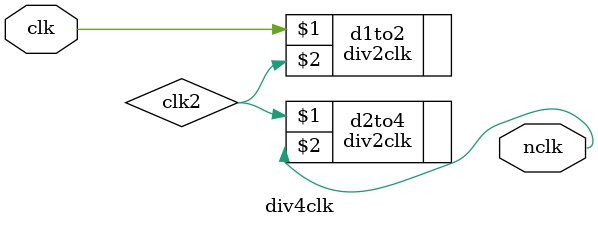
<source format=v>
`include "div2clk.v"module div4clk(clk,nclk);
   input clk;
   output nclk;
   wire clk2;
   div2clk d1to2(clk,clk2);
   div2clk d2to4(clk2,nclk);
endmodule

</source>
